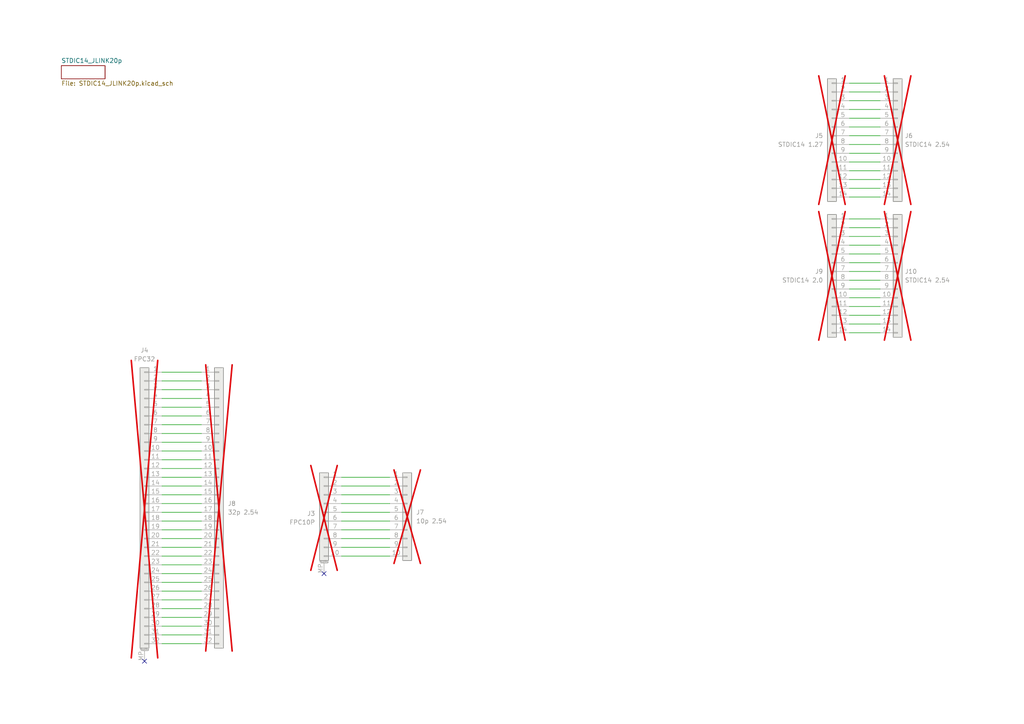
<source format=kicad_sch>
(kicad_sch (version 20231120) (generator "eeschema") (generator_version "8.0")
  (paper "A4")
  (lib_symbols
    (symbol "Connector_Generic:Conn_01x10" (pin_names (offset 1.016) hide)
      (property "Reference" "J" (at 0 12.7 0))
      (property "Value" "Conn_01x10" (at 0 -15.24 0))
      (symbol "Conn_01x10_1_1"
        (rectangle (start -1.27 -12.573) (end 0 -12.827) (stroke (width 0.1524)))
        (rectangle (start -1.27 -10.033) (end 0 -10.287) (stroke (width 0.1524)))
        (rectangle (start -1.27 -7.493) (end 0 -7.747) (stroke (width 0.1524)))
        (rectangle (start -1.27 -4.953) (end 0 -5.207) (stroke (width 0.1524)))
        (rectangle (start -1.27 -2.413) (end 0 -2.667) (stroke (width 0.1524)))
        (rectangle (start -1.27 0.127) (end 0 -0.127) (stroke (width 0.1524)))
        (rectangle (start -1.27 2.667) (end 0 2.413) (stroke (width 0.1524)))
        (rectangle (start -1.27 5.207) (end 0 4.953) (stroke (width 0.1524)))
        (rectangle (start -1.27 7.747) (end 0 7.493) (stroke (width 0.1524)))
        (rectangle (start -1.27 10.287) (end 0 10.033) (stroke (width 0.1524)))
        (rectangle (start -1.27 11.43) (end 1.27 -13.97) (stroke (width 0.254)) (fill (type background)))
        (pin passive line (at -5.08 10.16 0) (length 3.81) (name "Pin_1") (number "1"))
        (pin passive line (at -5.08 -12.7 0) (length 3.81) (name "Pin_10") (number "10"))
        (pin passive line (at -5.08 7.62 0) (length 3.81) (name "Pin_2") (number "2"))
        (pin passive line (at -5.08 5.08 0) (length 3.81) (name "Pin_3") (number "3"))
        (pin passive line (at -5.08 2.54 0) (length 3.81) (name "Pin_4") (number "4"))
        (pin passive line (at -5.08 0 0) (length 3.81) (name "Pin_5") (number "5"))
        (pin passive line (at -5.08 -2.54 0) (length 3.81) (name "Pin_6") (number "6"))
        (pin passive line (at -5.08 -5.08 0) (length 3.81) (name "Pin_7") (number "7"))
        (pin passive line (at -5.08 -7.62 0) (length 3.81) (name "Pin_8") (number "8"))
        (pin passive line (at -5.08 -10.16 0) (length 3.81) (name "Pin_9") (number "9"))
      )
    )
    (symbol "Connector_Generic:Conn_01x14" (pin_names (offset 1.016) hide)
      (property "Reference" "J" (at 0 17.78 0))
      (property "Value" "Conn_01x14" (at 0 -20.32 0))
      (symbol "Conn_01x14_1_1"
        (rectangle (start -1.27 -17.653) (end 0 -17.907) (stroke (width 0.1524)))
        (rectangle (start -1.27 -15.113) (end 0 -15.367) (stroke (width 0.1524)))
        (rectangle (start -1.27 -12.573) (end 0 -12.827) (stroke (width 0.1524)))
        (rectangle (start -1.27 -10.033) (end 0 -10.287) (stroke (width 0.1524)))
        (rectangle (start -1.27 -7.493) (end 0 -7.747) (stroke (width 0.1524)))
        (rectangle (start -1.27 -4.953) (end 0 -5.207) (stroke (width 0.1524)))
        (rectangle (start -1.27 -2.413) (end 0 -2.667) (stroke (width 0.1524)))
        (rectangle (start -1.27 0.127) (end 0 -0.127) (stroke (width 0.1524)))
        (rectangle (start -1.27 2.667) (end 0 2.413) (stroke (width 0.1524)))
        (rectangle (start -1.27 5.207) (end 0 4.953) (stroke (width 0.1524)))
        (rectangle (start -1.27 7.747) (end 0 7.493) (stroke (width 0.1524)))
        (rectangle (start -1.27 10.287) (end 0 10.033) (stroke (width 0.1524)))
        (rectangle (start -1.27 12.827) (end 0 12.573) (stroke (width 0.1524)))
        (rectangle (start -1.27 15.367) (end 0 15.113) (stroke (width 0.1524)))
        (rectangle (start -1.27 16.51) (end 1.27 -19.05) (stroke (width 0.254)) (fill (type background)))
        (pin passive line (at -5.08 15.24 0) (length 3.81) (name "Pin_1") (number "1"))
        (pin passive line (at -5.08 -7.62 0) (length 3.81) (name "Pin_10") (number "10"))
        (pin passive line (at -5.08 -10.16 0) (length 3.81) (name "Pin_11") (number "11"))
        (pin passive line (at -5.08 -12.7 0) (length 3.81) (name "Pin_12") (number "12"))
        (pin passive line (at -5.08 -15.24 0) (length 3.81) (name "Pin_13") (number "13"))
        (pin passive line (at -5.08 -17.78 0) (length 3.81) (name "Pin_14") (number "14"))
        (pin passive line (at -5.08 12.7 0) (length 3.81) (name "Pin_2") (number "2"))
        (pin passive line (at -5.08 10.16 0) (length 3.81) (name "Pin_3") (number "3"))
        (pin passive line (at -5.08 7.62 0) (length 3.81) (name "Pin_4") (number "4"))
        (pin passive line (at -5.08 5.08 0) (length 3.81) (name "Pin_5") (number "5"))
        (pin passive line (at -5.08 2.54 0) (length 3.81) (name "Pin_6") (number "6"))
        (pin passive line (at -5.08 0 0) (length 3.81) (name "Pin_7") (number "7"))
        (pin passive line (at -5.08 -2.54 0) (length 3.81) (name "Pin_8") (number "8"))
        (pin passive line (at -5.08 -5.08 0) (length 3.81) (name "Pin_9") (number "9"))
      )
    )
    (symbol "Connector_Generic:Conn_01x32" (pin_names (offset 1.016) hide)
      (property "Reference" "J" (at 0 40.64 0))
      (property "Value" "Conn_01x32" (at 0 -43.18 0))
      (symbol "Conn_01x32_1_1"
        (rectangle (start -1.27 -40.513) (end 0 -40.767) (stroke (width 0.1524)))
        (rectangle (start -1.27 -37.973) (end 0 -38.227) (stroke (width 0.1524)))
        (rectangle (start -1.27 -35.433) (end 0 -35.687) (stroke (width 0.1524)))
        (rectangle (start -1.27 -32.893) (end 0 -33.147) (stroke (width 0.1524)))
        (rectangle (start -1.27 -30.353) (end 0 -30.607) (stroke (width 0.1524)))
        (rectangle (start -1.27 -27.813) (end 0 -28.067) (stroke (width 0.1524)))
        (rectangle (start -1.27 -25.273) (end 0 -25.527) (stroke (width 0.1524)))
        (rectangle (start -1.27 -22.733) (end 0 -22.987) (stroke (width 0.1524)))
        (rectangle (start -1.27 -20.193) (end 0 -20.447) (stroke (width 0.1524)))
        (rectangle (start -1.27 -17.653) (end 0 -17.907) (stroke (width 0.1524)))
        (rectangle (start -1.27 -15.113) (end 0 -15.367) (stroke (width 0.1524)))
        (rectangle (start -1.27 -12.573) (end 0 -12.827) (stroke (width 0.1524)))
        (rectangle (start -1.27 -10.033) (end 0 -10.287) (stroke (width 0.1524)))
        (rectangle (start -1.27 -7.493) (end 0 -7.747) (stroke (width 0.1524)))
        (rectangle (start -1.27 -4.953) (end 0 -5.207) (stroke (width 0.1524)))
        (rectangle (start -1.27 -2.413) (end 0 -2.667) (stroke (width 0.1524)))
        (rectangle (start -1.27 0.127) (end 0 -0.127) (stroke (width 0.1524)))
        (rectangle (start -1.27 2.667) (end 0 2.413) (stroke (width 0.1524)))
        (rectangle (start -1.27 5.207) (end 0 4.953) (stroke (width 0.1524)))
        (rectangle (start -1.27 7.747) (end 0 7.493) (stroke (width 0.1524)))
        (rectangle (start -1.27 10.287) (end 0 10.033) (stroke (width 0.1524)))
        (rectangle (start -1.27 12.827) (end 0 12.573) (stroke (width 0.1524)))
        (rectangle (start -1.27 15.367) (end 0 15.113) (stroke (width 0.1524)))
        (rectangle (start -1.27 17.907) (end 0 17.653) (stroke (width 0.1524)))
        (rectangle (start -1.27 20.447) (end 0 20.193) (stroke (width 0.1524)))
        (rectangle (start -1.27 22.987) (end 0 22.733) (stroke (width 0.1524)))
        (rectangle (start -1.27 25.527) (end 0 25.273) (stroke (width 0.1524)))
        (rectangle (start -1.27 28.067) (end 0 27.813) (stroke (width 0.1524)))
        (rectangle (start -1.27 30.607) (end 0 30.353) (stroke (width 0.1524)))
        (rectangle (start -1.27 33.147) (end 0 32.893) (stroke (width 0.1524)))
        (rectangle (start -1.27 35.687) (end 0 35.433) (stroke (width 0.1524)))
        (rectangle (start -1.27 38.227) (end 0 37.973) (stroke (width 0.1524)))
        (rectangle (start -1.27 39.37) (end 1.27 -41.91) (stroke (width 0.254)) (fill (type background)))
        (pin passive line (at -5.08 38.1 0) (length 3.81) (name "Pin_1") (number "1"))
        (pin passive line (at -5.08 15.24 0) (length 3.81) (name "Pin_10") (number "10"))
        (pin passive line (at -5.08 12.7 0) (length 3.81) (name "Pin_11") (number "11"))
        (pin passive line (at -5.08 10.16 0) (length 3.81) (name "Pin_12") (number "12"))
        (pin passive line (at -5.08 7.62 0) (length 3.81) (name "Pin_13") (number "13"))
        (pin passive line (at -5.08 5.08 0) (length 3.81) (name "Pin_14") (number "14"))
        (pin passive line (at -5.08 2.54 0) (length 3.81) (name "Pin_15") (number "15"))
        (pin passive line (at -5.08 0 0) (length 3.81) (name "Pin_16") (number "16"))
        (pin passive line (at -5.08 -2.54 0) (length 3.81) (name "Pin_17") (number "17"))
        (pin passive line (at -5.08 -5.08 0) (length 3.81) (name "Pin_18") (number "18"))
        (pin passive line (at -5.08 -7.62 0) (length 3.81) (name "Pin_19") (number "19"))
        (pin passive line (at -5.08 35.56 0) (length 3.81) (name "Pin_2") (number "2"))
        (pin passive line (at -5.08 -10.16 0) (length 3.81) (name "Pin_20") (number "20"))
        (pin passive line (at -5.08 -12.7 0) (length 3.81) (name "Pin_21") (number "21"))
        (pin passive line (at -5.08 -15.24 0) (length 3.81) (name "Pin_22") (number "22"))
        (pin passive line (at -5.08 -17.78 0) (length 3.81) (name "Pin_23") (number "23"))
        (pin passive line (at -5.08 -20.32 0) (length 3.81) (name "Pin_24") (number "24"))
        (pin passive line (at -5.08 -22.86 0) (length 3.81) (name "Pin_25") (number "25"))
        (pin passive line (at -5.08 -25.4 0) (length 3.81) (name "Pin_26") (number "26"))
        (pin passive line (at -5.08 -27.94 0) (length 3.81) (name "Pin_27") (number "27"))
        (pin passive line (at -5.08 -30.48 0) (length 3.81) (name "Pin_28") (number "28"))
        (pin passive line (at -5.08 -33.02 0) (length 3.81) (name "Pin_29") (number "29"))
        (pin passive line (at -5.08 33.02 0) (length 3.81) (name "Pin_3") (number "3"))
        (pin passive line (at -5.08 -35.56 0) (length 3.81) (name "Pin_30") (number "30"))
        (pin passive line (at -5.08 -38.1 0) (length 3.81) (name "Pin_31") (number "31"))
        (pin passive line (at -5.08 -40.64 0) (length 3.81) (name "Pin_32") (number "32"))
        (pin passive line (at -5.08 30.48 0) (length 3.81) (name "Pin_4") (number "4"))
        (pin passive line (at -5.08 27.94 0) (length 3.81) (name "Pin_5") (number "5"))
        (pin passive line (at -5.08 25.4 0) (length 3.81) (name "Pin_6") (number "6"))
        (pin passive line (at -5.08 22.86 0) (length 3.81) (name "Pin_7") (number "7"))
        (pin passive line (at -5.08 20.32 0) (length 3.81) (name "Pin_8") (number "8"))
        (pin passive line (at -5.08 17.78 0) (length 3.81) (name "Pin_9") (number "9"))
      )
    )
    (symbol "Connector_Generic_MountingPin:Conn_01x10_MountingPin" (pin_names (offset 1.016) hide)
      (property "Reference" "J" (at 0 12.7 0))
      (property "Value" "Conn_01x10_MountingPin" (at 1.27 -15.24 0))
      (symbol "Conn_01x10_MountingPin_1_1"
        (rectangle (start -1.27 -12.573) (end 0 -12.827) (stroke (width 0.1524)))
        (rectangle (start -1.27 -10.033) (end 0 -10.287) (stroke (width 0.1524)))
        (rectangle (start -1.27 -7.493) (end 0 -7.747) (stroke (width 0.1524)))
        (rectangle (start -1.27 -4.953) (end 0 -5.207) (stroke (width 0.1524)))
        (rectangle (start -1.27 -2.413) (end 0 -2.667) (stroke (width 0.1524)))
        (rectangle (start -1.27 0.127) (end 0 -0.127) (stroke (width 0.1524)))
        (rectangle (start -1.27 2.667) (end 0 2.413) (stroke (width 0.1524)))
        (rectangle (start -1.27 5.207) (end 0 4.953) (stroke (width 0.1524)))
        (rectangle (start -1.27 7.747) (end 0 7.493) (stroke (width 0.1524)))
        (rectangle (start -1.27 10.287) (end 0 10.033) (stroke (width 0.1524)))
        (rectangle (start -1.27 11.43) (end 1.27 -13.97) (stroke (width 0.254)) (fill (type background)))
        (polyline (pts (xy -1.016 -14.732) (xy 1.016 -14.732)) (stroke (width 0.1524)))
        (text "Mounting" (at 0 -14.351 0) (effects (font (size 0.381 0.381))))
        (pin passive line (at -5.08 10.16 0) (length 3.81) (name "Pin_1") (number "1"))
        (pin passive line (at -5.08 -12.7 0) (length 3.81) (name "Pin_10") (number "10"))
        (pin passive line (at -5.08 7.62 0) (length 3.81) (name "Pin_2") (number "2"))
        (pin passive line (at -5.08 5.08 0) (length 3.81) (name "Pin_3") (number "3"))
        (pin passive line (at -5.08 2.54 0) (length 3.81) (name "Pin_4") (number "4"))
        (pin passive line (at -5.08 0 0) (length 3.81) (name "Pin_5") (number "5"))
        (pin passive line (at -5.08 -2.54 0) (length 3.81) (name "Pin_6") (number "6"))
        (pin passive line (at -5.08 -5.08 0) (length 3.81) (name "Pin_7") (number "7"))
        (pin passive line (at -5.08 -7.62 0) (length 3.81) (name "Pin_8") (number "8"))
        (pin passive line (at -5.08 -10.16 0) (length 3.81) (name "Pin_9") (number "9"))
        (pin passive line (at 0 -17.78 90) (length 3.048) (name "MountPin") (number "MP"))
      )
    )
    (symbol "Connector_Generic_MountingPin:Conn_01x32_MountingPin" (pin_names (offset 1.016) hide)
      (property "Reference" "J" (at 0 40.64 0))
      (property "Value" "Conn_01x32_MountingPin" (at 1.27 -43.18 0))
      (symbol "Conn_01x32_MountingPin_1_1"
        (rectangle (start -1.27 -40.513) (end 0 -40.767) (stroke (width 0.1524)))
        (rectangle (start -1.27 -37.973) (end 0 -38.227) (stroke (width 0.1524)))
        (rectangle (start -1.27 -35.433) (end 0 -35.687) (stroke (width 0.1524)))
        (rectangle (start -1.27 -32.893) (end 0 -33.147) (stroke (width 0.1524)))
        (rectangle (start -1.27 -30.353) (end 0 -30.607) (stroke (width 0.1524)))
        (rectangle (start -1.27 -27.813) (end 0 -28.067) (stroke (width 0.1524)))
        (rectangle (start -1.27 -25.273) (end 0 -25.527) (stroke (width 0.1524)))
        (rectangle (start -1.27 -22.733) (end 0 -22.987) (stroke (width 0.1524)))
        (rectangle (start -1.27 -20.193) (end 0 -20.447) (stroke (width 0.1524)))
        (rectangle (start -1.27 -17.653) (end 0 -17.907) (stroke (width 0.1524)))
        (rectangle (start -1.27 -15.113) (end 0 -15.367) (stroke (width 0.1524)))
        (rectangle (start -1.27 -12.573) (end 0 -12.827) (stroke (width 0.1524)))
        (rectangle (start -1.27 -10.033) (end 0 -10.287) (stroke (width 0.1524)))
        (rectangle (start -1.27 -7.493) (end 0 -7.747) (stroke (width 0.1524)))
        (rectangle (start -1.27 -4.953) (end 0 -5.207) (stroke (width 0.1524)))
        (rectangle (start -1.27 -2.413) (end 0 -2.667) (stroke (width 0.1524)))
        (rectangle (start -1.27 0.127) (end 0 -0.127) (stroke (width 0.1524)))
        (rectangle (start -1.27 2.667) (end 0 2.413) (stroke (width 0.1524)))
        (rectangle (start -1.27 5.207) (end 0 4.953) (stroke (width 0.1524)))
        (rectangle (start -1.27 7.747) (end 0 7.493) (stroke (width 0.1524)))
        (rectangle (start -1.27 10.287) (end 0 10.033) (stroke (width 0.1524)))
        (rectangle (start -1.27 12.827) (end 0 12.573) (stroke (width 0.1524)))
        (rectangle (start -1.27 15.367) (end 0 15.113) (stroke (width 0.1524)))
        (rectangle (start -1.27 17.907) (end 0 17.653) (stroke (width 0.1524)))
        (rectangle (start -1.27 20.447) (end 0 20.193) (stroke (width 0.1524)))
        (rectangle (start -1.27 22.987) (end 0 22.733) (stroke (width 0.1524)))
        (rectangle (start -1.27 25.527) (end 0 25.273) (stroke (width 0.1524)))
        (rectangle (start -1.27 28.067) (end 0 27.813) (stroke (width 0.1524)))
        (rectangle (start -1.27 30.607) (end 0 30.353) (stroke (width 0.1524)))
        (rectangle (start -1.27 33.147) (end 0 32.893) (stroke (width 0.1524)))
        (rectangle (start -1.27 35.687) (end 0 35.433) (stroke (width 0.1524)))
        (rectangle (start -1.27 38.227) (end 0 37.973) (stroke (width 0.1524)))
        (rectangle (start -1.27 39.37) (end 1.27 -41.91) (stroke (width 0.254)) (fill (type background)))
        (polyline (pts (xy -1.016 -42.672) (xy 1.016 -42.672)) (stroke (width 0.1524)))
        (text "Mounting" (at 0 -42.291 0) (effects (font (size 0.381 0.381))))
        (pin passive line (at -5.08 38.1 0) (length 3.81) (name "Pin_1") (number "1"))
        (pin passive line (at -5.08 15.24 0) (length 3.81) (name "Pin_10") (number "10"))
        (pin passive line (at -5.08 12.7 0) (length 3.81) (name "Pin_11") (number "11"))
        (pin passive line (at -5.08 10.16 0) (length 3.81) (name "Pin_12") (number "12"))
        (pin passive line (at -5.08 7.62 0) (length 3.81) (name "Pin_13") (number "13"))
        (pin passive line (at -5.08 5.08 0) (length 3.81) (name "Pin_14") (number "14"))
        (pin passive line (at -5.08 2.54 0) (length 3.81) (name "Pin_15") (number "15"))
        (pin passive line (at -5.08 0 0) (length 3.81) (name "Pin_16") (number "16"))
        (pin passive line (at -5.08 -2.54 0) (length 3.81) (name "Pin_17") (number "17"))
        (pin passive line (at -5.08 -5.08 0) (length 3.81) (name "Pin_18") (number "18"))
        (pin passive line (at -5.08 -7.62 0) (length 3.81) (name "Pin_19") (number "19"))
        (pin passive line (at -5.08 35.56 0) (length 3.81) (name "Pin_2") (number "2"))
        (pin passive line (at -5.08 -10.16 0) (length 3.81) (name "Pin_20") (number "20"))
        (pin passive line (at -5.08 -12.7 0) (length 3.81) (name "Pin_21") (number "21"))
        (pin passive line (at -5.08 -15.24 0) (length 3.81) (name "Pin_22") (number "22"))
        (pin passive line (at -5.08 -17.78 0) (length 3.81) (name "Pin_23") (number "23"))
        (pin passive line (at -5.08 -20.32 0) (length 3.81) (name "Pin_24") (number "24"))
        (pin passive line (at -5.08 -22.86 0) (length 3.81) (name "Pin_25") (number "25"))
        (pin passive line (at -5.08 -25.4 0) (length 3.81) (name "Pin_26") (number "26"))
        (pin passive line (at -5.08 -27.94 0) (length 3.81) (name "Pin_27") (number "27"))
        (pin passive line (at -5.08 -30.48 0) (length 3.81) (name "Pin_28") (number "28"))
        (pin passive line (at -5.08 -33.02 0) (length 3.81) (name "Pin_29") (number "29"))
        (pin passive line (at -5.08 33.02 0) (length 3.81) (name "Pin_3") (number "3"))
        (pin passive line (at -5.08 -35.56 0) (length 3.81) (name "Pin_30") (number "30"))
        (pin passive line (at -5.08 -38.1 0) (length 3.81) (name "Pin_31") (number "31"))
        (pin passive line (at -5.08 -40.64 0) (length 3.81) (name "Pin_32") (number "32"))
        (pin passive line (at -5.08 30.48 0) (length 3.81) (name "Pin_4") (number "4"))
        (pin passive line (at -5.08 27.94 0) (length 3.81) (name "Pin_5") (number "5"))
        (pin passive line (at -5.08 25.4 0) (length 3.81) (name "Pin_6") (number "6"))
        (pin passive line (at -5.08 22.86 0) (length 3.81) (name "Pin_7") (number "7"))
        (pin passive line (at -5.08 20.32 0) (length 3.81) (name "Pin_8") (number "8"))
        (pin passive line (at -5.08 17.78 0) (length 3.81) (name "Pin_9") (number "9"))
        (pin passive line (at 0 -45.72 90) (length 3.048) (name "MountPin") (number "MP"))
      )
    )
  )
  (no_connect (at 93.98 166.37))
  (no_connect (at 41.91 191.77))
  (wire (pts (xy 58.42 176.53) (xy 46.99 176.53)))
  (wire (pts (xy 255.27 88.9) (xy 246.38 88.9)))
  (wire (pts (xy 255.27 57.15) (xy 246.38 57.15)))
  (wire (pts (xy 58.42 148.59) (xy 46.99 148.59)))
  (wire (pts (xy 58.42 151.13) (xy 46.99 151.13)))
  (wire (pts (xy 58.42 138.43) (xy 46.99 138.43)))
  (wire (pts (xy 58.42 161.29) (xy 46.99 161.29)))
  (wire (pts (xy 255.27 73.66) (xy 246.38 73.66)))
  (wire (pts (xy 58.42 143.51) (xy 46.99 143.51)))
  (wire (pts (xy 58.42 135.89) (xy 46.99 135.89)))
  (wire (pts (xy 58.42 156.21) (xy 46.99 156.21)))
  (wire (pts (xy 255.27 66.04) (xy 246.38 66.04)))
  (wire (pts (xy 113.03 158.75) (xy 99.06 158.75)))
  (wire (pts (xy 255.27 31.75) (xy 246.38 31.75)))
  (wire (pts (xy 58.42 171.45) (xy 46.99 171.45)))
  (wire (pts (xy 255.27 29.21) (xy 246.38 29.21)))
  (wire (pts (xy 58.42 163.83) (xy 46.99 163.83)))
  (wire (pts (xy 113.03 151.13) (xy 99.06 151.13)))
  (wire (pts (xy 255.27 52.07) (xy 246.38 52.07)))
  (wire (pts (xy 58.42 128.27) (xy 46.99 128.27)))
  (wire (pts (xy 255.27 54.61) (xy 246.38 54.61)))
  (wire (pts (xy 255.27 76.2) (xy 246.38 76.2)))
  (wire (pts (xy 255.27 41.91) (xy 246.38 41.91)))
  (wire (pts (xy 255.27 86.36) (xy 246.38 86.36)))
  (wire (pts (xy 58.42 107.95) (xy 46.99 107.95)))
  (wire (pts (xy 58.42 118.11) (xy 46.99 118.11)))
  (wire (pts (xy 58.42 184.15) (xy 46.99 184.15)))
  (wire (pts (xy 255.27 96.52) (xy 246.38 96.52)))
  (wire (pts (xy 113.03 143.51) (xy 99.06 143.51)))
  (wire (pts (xy 255.27 83.82) (xy 246.38 83.82)))
  (wire (pts (xy 58.42 146.05) (xy 46.99 146.05)))
  (wire (pts (xy 255.27 39.37) (xy 246.38 39.37)))
  (wire (pts (xy 113.03 138.43) (xy 99.06 138.43)))
  (wire (pts (xy 58.42 186.69) (xy 46.99 186.69)))
  (wire (pts (xy 58.42 166.37) (xy 46.99 166.37)))
  (wire (pts (xy 255.27 24.13) (xy 246.38 24.13)))
  (wire (pts (xy 113.03 148.59) (xy 99.06 148.59)))
  (wire (pts (xy 255.27 34.29) (xy 246.38 34.29)))
  (wire (pts (xy 255.27 36.83) (xy 246.38 36.83)))
  (wire (pts (xy 255.27 71.12) (xy 246.38 71.12)))
  (wire (pts (xy 255.27 46.99) (xy 246.38 46.99)))
  (wire (pts (xy 58.42 158.75) (xy 46.99 158.75)))
  (wire (pts (xy 58.42 115.57) (xy 46.99 115.57)))
  (wire (pts (xy 113.03 146.05) (xy 99.06 146.05)))
  (wire (pts (xy 113.03 156.21) (xy 99.06 156.21)))
  (wire (pts (xy 255.27 44.45) (xy 246.38 44.45)))
  (wire (pts (xy 255.27 26.67) (xy 246.38 26.67)))
  (wire (pts (xy 255.27 81.28) (xy 246.38 81.28)))
  (wire (pts (xy 58.42 130.81) (xy 46.99 130.81)))
  (wire (pts (xy 255.27 49.53) (xy 246.38 49.53)))
  (wire (pts (xy 58.42 110.49) (xy 46.99 110.49)))
  (wire (pts (xy 255.27 78.74) (xy 246.38 78.74)))
  (wire (pts (xy 58.42 123.19) (xy 46.99 123.19)))
  (wire (pts (xy 58.42 140.97) (xy 46.99 140.97)))
  (wire (pts (xy 58.42 168.91) (xy 46.99 168.91)))
  (wire (pts (xy 113.03 161.29) (xy 99.06 161.29)))
  (wire (pts (xy 113.03 140.97) (xy 99.06 140.97)))
  (wire (pts (xy 58.42 179.07) (xy 46.99 179.07)))
  (wire (pts (xy 255.27 91.44) (xy 246.38 91.44)))
  (wire (pts (xy 255.27 68.58) (xy 246.38 68.58)))
  (wire (pts (xy 58.42 153.67) (xy 46.99 153.67)))
  (wire (pts (xy 58.42 120.65) (xy 46.99 120.65)))
  (wire (pts (xy 58.42 181.61) (xy 46.99 181.61)))
  (wire (pts (xy 58.42 125.73) (xy 46.99 125.73)))
  (wire (pts (xy 255.27 63.5) (xy 246.38 63.5)))
  (wire (pts (xy 58.42 133.35) (xy 46.99 133.35)))
  (wire (pts (xy 58.42 173.99) (xy 46.99 173.99)))
  (wire (pts (xy 113.03 153.67) (xy 99.06 153.67)))
  (wire (pts (xy 58.42 113.03) (xy 46.99 113.03)))
  (wire (pts (xy 255.27 93.98) (xy 246.38 93.98)))
  (symbol (lib_id "Connector_Generic:Conn_01x32") (at 63.5 146.05 0) (unit 1) (in_bom no) (on_board no) (dnp yes)
    (property "Reference" "J8" (at 66.04 146.05 0) (effects (justify left)))
    (property "Value" "32p 2.54" (at 66.04 148.59 0) (effects (justify left)))
    (property "Footprint" "Connector_PinSocket_2.54mm:PinSocket_2x16_P2.54mm_Vertical" (effects (hide yes)))
    (property "Description" "Generic connector, single row, 01x32, script generated (kicad-library-utils/schlib/autogen/connector/)" (effects (hide yes)))
  )
  (symbol (lib_id "Connector_Generic:Conn_01x14") (at 260.35 39.37 0) (unit 1) (in_bom no) (on_board no) (dnp yes)
    (property "Reference" "J6" (at 262.4026 39.37 0) (effects (justify left)))
    (property "Value" "STDIC14 2.54" (at 262.4026 41.91 0) (effects (justify left)))
    (property "Footprint" "Connector_IDC:IDC-Header_2x07_P2.54mm_Vertical" (effects (hide yes)))
    (property "Description" "Generic connector, single row, 01x14, script generated (kicad-library-utils/schlib/autogen/connector/)" (effects (hide yes)))
  )
  (symbol (lib_id "Connector_Generic:Conn_01x10") (at 118.11 148.59 0) (unit 1) (in_bom no) (on_board no) (dnp yes)
    (property "Reference" "J7" (at 120.65 148.59 0) (effects (justify left)))
    (property "Value" "10p 2.54" (at 120.65 151.13 0) (effects (justify left)))
    (property "Footprint" "Connector_PinHeader_2.54mm:PinHeader_2x05_P2.54mm_Vertical" (effects (hide yes)))
    (property "Description" "Generic connector, single row, 01x10, script generated (kicad-library-utils/schlib/autogen/connector/)" (effects (hide yes)))
  )
  (symbol (lib_id "Connector_Generic:Conn_01x14") (at 241.3 78.74 0) (mirror y) (unit 1) (in_bom no) (on_board no) (dnp yes)
    (property "Reference" "J9" (at 238.76 78.74 0) (effects (justify left)))
    (property "Value" "STDIC14 2.0" (at 238.76 81.28 0) (effects (justify left)))
    (property "Footprint" "nturt_kicad_lib_EP6:IDC-Header_2x07_P2.00mm_Vertical" (effects (hide yes)))
    (property "Description" "Generic connector, single row, 01x14, script generated (kicad-library-utils/schlib/autogen/connector/)" (effects (hide yes)))
  )
  (symbol (lib_id "Connector_Generic:Conn_01x14") (at 260.35 78.74 0) (unit 1) (in_bom no) (on_board no) (dnp yes)
    (property "Reference" "J10" (at 262.4026 78.74 0) (effects (justify left)))
    (property "Value" "STDIC14 2.54" (at 262.4026 81.28 0) (effects (justify left)))
    (property "Footprint" "Connector_IDC:IDC-Header_2x07_P2.54mm_Vertical" (effects (hide yes)))
    (property "Description" "Generic connector, single row, 01x14, script generated (kicad-library-utils/schlib/autogen/connector/)" (effects (hide yes)))
  )
  (symbol (lib_id "Connector_Generic:Conn_01x14") (at 241.3 39.37 0) (mirror y) (unit 1) (in_bom no) (on_board no) (dnp yes)
    (property "Reference" "J5" (at 238.76 39.37 0) (effects (justify left)))
    (property "Value" "STDIC14 1.27" (at 238.76 41.91 0) (effects (justify left)))
    (property "Footprint" "nturt_kicad_lib_EP6:box_header_14P_pitch127" (effects (hide yes)))
    (property "Description" "Generic connector, single row, 01x14, script generated (kicad-library-utils/schlib/autogen/connector/)" (effects (hide yes)))
  )
  (symbol (lib_id "Connector_Generic_MountingPin:Conn_01x32_MountingPin") (at 41.91 146.05 0) (mirror y) (unit 1) (in_bom no) (on_board no) (dnp yes)
    (property "Reference" "J4" (at 41.91 101.6 0))
    (property "Value" "FPC32" (at 41.91 104.14 0))
    (property "Footprint" "Connector_FFC-FPC:TE_3-1734839-2_1x32-1MP_P0.5mm_Horizontal" (effects (hide yes)))
    (property "Description" "Generic connectable mounting pin connector, single row, 01x32, script generated (kicad-library-utils/schlib/autogen/connector/)" (effects (hide yes)))
  )
  (symbol (lib_id "Connector_Generic_MountingPin:Conn_01x10_MountingPin") (at 93.98 148.59 0) (mirror y) (unit 1) (in_bom no) (on_board no) (dnp yes)
    (property "Reference" "J3" (at 91.44 148.9456 0) (effects (justify left)))
    (property "Value" "FPC10P" (at 91.44 151.4856 0) (effects (justify left)))
    (property "Footprint" "Connector_FFC-FPC:TE_1-1734839-0_1x10-1MP_P0.5mm_Horizontal" (effects (hide yes)))
    (property "Description" "Generic connectable mounting pin connector, single row, 01x10, script generated (kicad-library-utils/schlib/autogen/connector/)" (effects (hide yes)))
  )
  (sheet (at 17.78 19.05) (size 12.7 3.81) (stroke (width 0.1524))
    (property "Sheetname" "STDIC14_JLINK20p" (at 17.78 18.3384 0) (effects (justify left bottom)))
    (property "Sheetfile" "STDIC14_JLINK20p.kicad_sch" (at 17.78 23.4446 0) (effects (justify left top)))
  )
)
</source>
